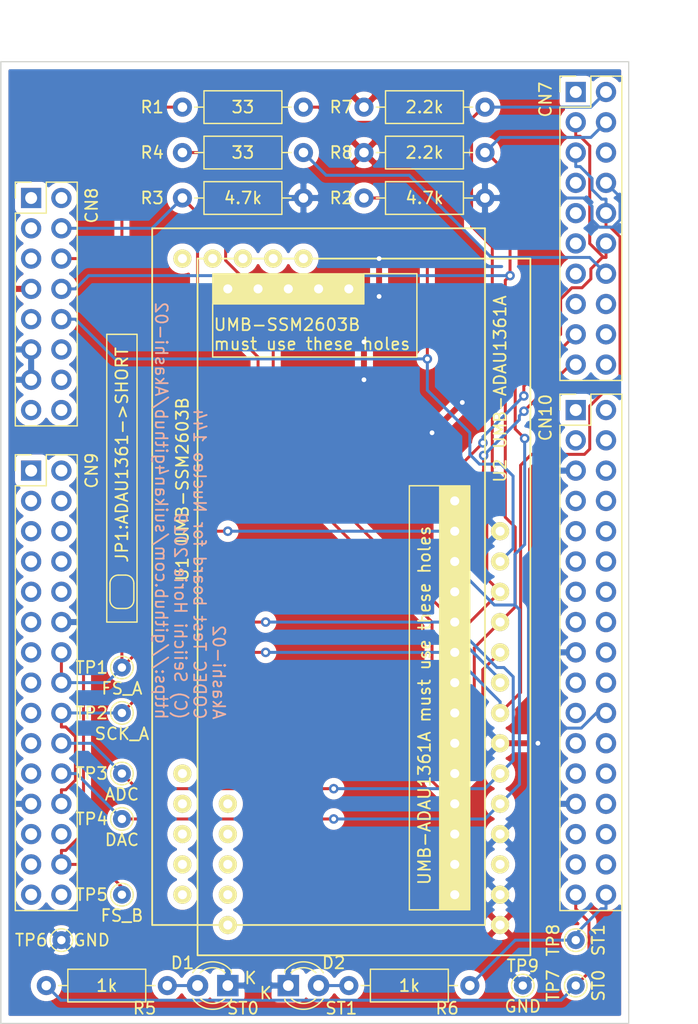
<source format=kicad_pcb>
(kicad_pcb (version 20171130) (host pcbnew 5.1.0-060a0da~80~ubuntu16.04.1)
  (layers (0 F.Cu signal) (31 B.Cu signal) (34 B.Paste user) (35 F.Paste user) (36 B.SilkS user) (37 F.SilkS user) (38 B.Mask user) (39 F.Mask user) (44 Edge.Cuts user))
  (net 0 "")
  (net 1 /I2S1_WS)
  (net 2 /I2S1_SD)
  (net 3 /I2S1_CK)
  (net 4 GND)
  (net 5 /I2C1_SDA)
  (net 6 /I2C1_SCL)
  (net 7 /SPI3_MOSI)
  (net 8 +3V3)
  (net 9 /SPI3_SCK)
  (net 10 /DAC_SD)
  (net 11 /ST1)
  (net 12 /ST0)
  (net 13 "Net-(D1-Pad2)")
  (net 14 "Net-(D2-Pad2)")
  (net 15 /SPI_SS)
  (net 16 /I2S2_WS)
  (net 17 /I2S1_SDI)
  (module Jumper:SolderJumper-2_P1.3mm_Open_RoundedPad1.0x1.5mm (layer F.Cu) (at 114.3 99.06 90)
    (fp_text reference JP1 (at 3.81 0 90) (layer F.SilkS))
    (fp_text value SolderJumper_2_Open)
    (pad 1 smd custom (at -0.65 0 90) (size 1 0.5) (layers F.Cu F.Mask) (net 1 /I2S1_WS) (options (clearance outline) (anchor rect)) (primitives (gr_circle (center 0 0.25) (end 0.5 0.25) (width 0)) (gr_circle (center 0 -0.25) (end 0.5 -0.25) (width 0)) (gr_poly (pts (xy 0 -0.75) (xy 0.5 -0.75) (xy 0.5 0.75) (xy 0 0.75)) (width 0))))
    (pad 2 smd custom (at 0.65 0 90) (size 1 0.5) (layers F.Cu F.Mask) (net 16 /I2S2_WS) (options (clearance outline) (anchor rect)) (primitives (gr_circle (center 0 0.25) (end 0.5 0.25) (width 0)) (gr_circle (center 0 -0.25) (end 0.5 -0.25) (width 0)) (gr_poly (pts (xy 0 -0.75) (xy -0.5 -0.75) (xy -0.5 0.75) (xy 0 0.75)) (width 0))))
  )
  (module Connector_PinHeader_2.54mm:PinHeader_2x10_P2.54mm_Vertical (layer F.Cu) (at 152.4 57.15)
    (fp_text reference CN7 (at -2.54 0.635 270) (layer F.SilkS))
    (fp_text value Conn_02x10_Odd_Even)
    (pad 20 thru_hole oval (at 2.54 22.86) (size 1.7 1.7) (drill 1) (layers *.Cu *.Mask))
    (pad 19 thru_hole oval (at 0 22.86) (size 1.7 1.7) (drill 1) (layers *.Cu *.Mask) (net 16 /I2S2_WS))
    (pad 18 thru_hole oval (at 2.54 20.32) (size 1.7 1.7) (drill 1) (layers *.Cu *.Mask))
    (pad 17 thru_hole oval (at 0 20.32) (size 1.7 1.7) (drill 1) (layers *.Cu *.Mask) (net 1 /I2S1_WS))
    (pad 16 thru_hole oval (at 2.54 17.78) (size 1.7 1.7) (drill 1) (layers *.Cu *.Mask))
    (pad 15 thru_hole oval (at 0 17.78) (size 1.7 1.7) (drill 1) (layers *.Cu *.Mask))
    (pad 14 thru_hole oval (at 2.54 15.24) (size 1.7 1.7) (drill 1) (layers *.Cu *.Mask) (net 2 /I2S1_SD))
    (pad 13 thru_hole oval (at 0 15.24) (size 1.7 1.7) (drill 1) (layers *.Cu *.Mask))
    (pad 12 thru_hole oval (at 2.54 12.7) (size 1.7 1.7) (drill 1) (layers *.Cu *.Mask) (net 17 /I2S1_SDI))
    (pad 11 thru_hole oval (at 0 12.7) (size 1.7 1.7) (drill 1) (layers *.Cu *.Mask))
    (pad 10 thru_hole oval (at 2.54 10.16) (size 1.7 1.7) (drill 1) (layers *.Cu *.Mask) (net 3 /I2S1_CK))
    (pad 9 thru_hole oval (at 0 10.16) (size 1.7 1.7) (drill 1) (layers *.Cu *.Mask))
    (pad 8 thru_hole oval (at 2.54 7.62) (size 1.7 1.7) (drill 1) (layers *.Cu *.Mask) (net 4 GND))
    (pad 7 thru_hole oval (at 0 7.62) (size 1.7 1.7) (drill 1) (layers *.Cu *.Mask))
    (pad 6 thru_hole oval (at 2.54 5.08) (size 1.7 1.7) (drill 1) (layers *.Cu *.Mask))
    (pad 5 thru_hole oval (at 0 5.08) (size 1.7 1.7) (drill 1) (layers *.Cu *.Mask) (net 3 /I2S1_CK))
    (pad 4 thru_hole oval (at 2.54 2.54) (size 1.7 1.7) (drill 1) (layers *.Cu *.Mask) (net 5 /I2C1_SDA))
    (pad 3 thru_hole oval (at 0 2.54) (size 1.7 1.7) (drill 1) (layers *.Cu *.Mask) (net 17 /I2S1_SDI))
    (pad 2 thru_hole oval (at 2.54 0) (size 1.7 1.7) (drill 1) (layers *.Cu *.Mask) (net 6 /I2C1_SCL))
    (pad 1 thru_hole rect (at 0 0) (size 1.7 1.7) (drill 1) (layers *.Cu *.Mask))
  )
  (module TestPoint:TestPoint_THTPad_D1.5mm_Drill0.7mm (layer F.Cu) (at 114.3 114.3)
    (fp_text reference TP3 (at -2.54 0) (layer F.SilkS))
    (fp_text value ADC (at 0 1.75) (layer F.SilkS))
    (pad 1 thru_hole circle (at 0 0) (size 1.5 1.5) (drill 0.7) (layers *.Cu *.Mask) (net 10 /DAC_SD))
  )
  (module Connector_PinHeader_2.54mm:PinHeader_2x17_P2.54mm_Vertical (layer F.Cu) (at 152.4 83.82)
    (fp_text reference CN10 (at -2.54 0.635 90) (layer F.SilkS))
    (fp_text value Conn_02x17_Odd_Even)
    (pad 34 thru_hole oval (at 2.54 40.64) (size 1.7 1.7) (drill 1) (layers *.Cu *.Mask) (net 11 /ST1))
    (pad 33 thru_hole oval (at 0 40.64) (size 1.7 1.7) (drill 1) (layers *.Cu *.Mask) (net 12 /ST0))
    (pad 32 thru_hole oval (at 2.54 38.1) (size 1.7 1.7) (drill 1) (layers *.Cu *.Mask))
    (pad 31 thru_hole oval (at 0 38.1) (size 1.7 1.7) (drill 1) (layers *.Cu *.Mask))
    (pad 30 thru_hole oval (at 2.54 35.56) (size 1.7 1.7) (drill 1) (layers *.Cu *.Mask))
    (pad 29 thru_hole oval (at 0 35.56) (size 1.7 1.7) (drill 1) (layers *.Cu *.Mask))
    (pad 28 thru_hole oval (at 2.54 33.02) (size 1.7 1.7) (drill 1) (layers *.Cu *.Mask))
    (pad 27 thru_hole oval (at 0 33.02) (size 1.7 1.7) (drill 1) (layers *.Cu *.Mask) (net 4 GND))
    (pad 26 thru_hole oval (at 2.54 30.48) (size 1.7 1.7) (drill 1) (layers *.Cu *.Mask))
    (pad 25 thru_hole oval (at 0 30.48) (size 1.7 1.7) (drill 1) (layers *.Cu *.Mask))
    (pad 24 thru_hole oval (at 2.54 27.94) (size 1.7 1.7) (drill 1) (layers *.Cu *.Mask))
    (pad 23 thru_hole oval (at 0 27.94) (size 1.7 1.7) (drill 1) (layers *.Cu *.Mask))
    (pad 22 thru_hole oval (at 2.54 25.4) (size 1.7 1.7) (drill 1) (layers *.Cu *.Mask) (net 4 GND))
    (pad 21 thru_hole oval (at 0 25.4) (size 1.7 1.7) (drill 1) (layers *.Cu *.Mask))
    (pad 20 thru_hole oval (at 2.54 22.86) (size 1.7 1.7) (drill 1) (layers *.Cu *.Mask))
    (pad 19 thru_hole oval (at 0 22.86) (size 1.7 1.7) (drill 1) (layers *.Cu *.Mask))
    (pad 18 thru_hole oval (at 2.54 20.32) (size 1.7 1.7) (drill 1) (layers *.Cu *.Mask))
    (pad 17 thru_hole oval (at 0 20.32) (size 1.7 1.7) (drill 1) (layers *.Cu *.Mask) (net 4 GND))
    (pad 16 thru_hole oval (at 2.54 17.78) (size 1.7 1.7) (drill 1) (layers *.Cu *.Mask))
    (pad 15 thru_hole oval (at 0 17.78) (size 1.7 1.7) (drill 1) (layers *.Cu *.Mask))
    (pad 14 thru_hole oval (at 2.54 15.24) (size 1.7 1.7) (drill 1) (layers *.Cu *.Mask))
    (pad 13 thru_hole oval (at 0 15.24) (size 1.7 1.7) (drill 1) (layers *.Cu *.Mask))
    (pad 12 thru_hole oval (at 2.54 12.7) (size 1.7 1.7) (drill 1) (layers *.Cu *.Mask))
    (pad 11 thru_hole oval (at 0 12.7) (size 1.7 1.7) (drill 1) (layers *.Cu *.Mask))
    (pad 10 thru_hole oval (at 2.54 10.16) (size 1.7 1.7) (drill 1) (layers *.Cu *.Mask))
    (pad 9 thru_hole oval (at 0 10.16) (size 1.7 1.7) (drill 1) (layers *.Cu *.Mask))
    (pad 8 thru_hole oval (at 2.54 7.62) (size 1.7 1.7) (drill 1) (layers *.Cu *.Mask))
    (pad 7 thru_hole oval (at 0 7.62) (size 1.7 1.7) (drill 1) (layers *.Cu *.Mask))
    (pad 6 thru_hole oval (at 2.54 5.08) (size 1.7 1.7) (drill 1) (layers *.Cu *.Mask))
    (pad 5 thru_hole oval (at 0 5.08) (size 1.7 1.7) (drill 1) (layers *.Cu *.Mask) (net 4 GND))
    (pad 4 thru_hole oval (at 2.54 2.54) (size 1.7 1.7) (drill 1) (layers *.Cu *.Mask))
    (pad 3 thru_hole oval (at 0 2.54) (size 1.7 1.7) (drill 1) (layers *.Cu *.Mask))
    (pad 2 thru_hole oval (at 2.54 0) (size 1.7 1.7) (drill 1) (layers *.Cu *.Mask))
    (pad 1 thru_hole rect (at 0 0) (size 1.7 1.7) (drill 1) (layers *.Cu *.Mask))
  )
  (module Connector_PinHeader_2.54mm:PinHeader_2x15_P2.54mm_Vertical (layer F.Cu) (at 106.68 88.9)
    (fp_text reference CN9 (at 5.08 0 90) (layer F.SilkS))
    (fp_text value Conn_02x15_Odd_Even)
    (pad 30 thru_hole oval (at 2.54 35.56) (size 1.7 1.7) (drill 1) (layers *.Cu *.Mask))
    (pad 29 thru_hole oval (at 0 35.56) (size 1.7 1.7) (drill 1) (layers *.Cu *.Mask))
    (pad 28 thru_hole oval (at 2.54 33.02) (size 1.7 1.7) (drill 1) (layers *.Cu *.Mask) (net 16 /I2S2_WS))
    (pad 27 thru_hole oval (at 0 33.02) (size 1.7 1.7) (drill 1) (layers *.Cu *.Mask))
    (pad 26 thru_hole oval (at 2.54 30.48) (size 1.7 1.7) (drill 1) (layers *.Cu *.Mask))
    (pad 25 thru_hole oval (at 0 30.48) (size 1.7 1.7) (drill 1) (layers *.Cu *.Mask))
    (pad 24 thru_hole oval (at 2.54 27.94) (size 1.7 1.7) (drill 1) (layers *.Cu *.Mask) (net 3 /I2S1_CK))
    (pad 23 thru_hole oval (at 0 27.94) (size 1.7 1.7) (drill 1) (layers *.Cu *.Mask) (net 4 GND))
    (pad 22 thru_hole oval (at 2.54 25.4) (size 1.7 1.7) (drill 1) (layers *.Cu *.Mask) (net 17 /I2S1_SDI))
    (pad 21 thru_hole oval (at 0 25.4) (size 1.7 1.7) (drill 1) (layers *.Cu *.Mask))
    (pad 20 thru_hole oval (at 2.54 22.86) (size 1.7 1.7) (drill 1) (layers *.Cu *.Mask) (net 10 /DAC_SD))
    (pad 19 thru_hole oval (at 0 22.86) (size 1.7 1.7) (drill 1) (layers *.Cu *.Mask))
    (pad 18 thru_hole oval (at 2.54 20.32) (size 1.7 1.7) (drill 1) (layers *.Cu *.Mask) (net 3 /I2S1_CK))
    (pad 17 thru_hole oval (at 0 20.32) (size 1.7 1.7) (drill 1) (layers *.Cu *.Mask))
    (pad 16 thru_hole oval (at 2.54 17.78) (size 1.7 1.7) (drill 1) (layers *.Cu *.Mask) (net 1 /I2S1_WS))
    (pad 15 thru_hole oval (at 0 17.78) (size 1.7 1.7) (drill 1) (layers *.Cu *.Mask))
    (pad 14 thru_hole oval (at 2.54 15.24) (size 1.7 1.7) (drill 1) (layers *.Cu *.Mask) (net 1 /I2S1_WS))
    (pad 13 thru_hole oval (at 0 15.24) (size 1.7 1.7) (drill 1) (layers *.Cu *.Mask))
    (pad 12 thru_hole oval (at 2.54 12.7) (size 1.7 1.7) (drill 1) (layers *.Cu *.Mask) (net 4 GND))
    (pad 11 thru_hole oval (at 0 12.7) (size 1.7 1.7) (drill 1) (layers *.Cu *.Mask))
    (pad 10 thru_hole oval (at 2.54 10.16) (size 1.7 1.7) (drill 1) (layers *.Cu *.Mask))
    (pad 9 thru_hole oval (at 0 10.16) (size 1.7 1.7) (drill 1) (layers *.Cu *.Mask))
    (pad 8 thru_hole oval (at 2.54 7.62) (size 1.7 1.7) (drill 1) (layers *.Cu *.Mask))
    (pad 7 thru_hole oval (at 0 7.62) (size 1.7 1.7) (drill 1) (layers *.Cu *.Mask))
    (pad 6 thru_hole oval (at 2.54 5.08) (size 1.7 1.7) (drill 1) (layers *.Cu *.Mask))
    (pad 5 thru_hole oval (at 0 5.08) (size 1.7 1.7) (drill 1) (layers *.Cu *.Mask))
    (pad 4 thru_hole oval (at 2.54 2.54) (size 1.7 1.7) (drill 1) (layers *.Cu *.Mask))
    (pad 3 thru_hole oval (at 0 2.54) (size 1.7 1.7) (drill 1) (layers *.Cu *.Mask))
    (pad 2 thru_hole oval (at 2.54 0) (size 1.7 1.7) (drill 1) (layers *.Cu *.Mask))
    (pad 1 thru_hole rect (at 0 0) (size 1.7 1.7) (drill 1) (layers *.Cu *.Mask))
  )
  (module Connector_PinHeader_2.54mm:PinHeader_2x08_P2.54mm_Vertical (layer F.Cu) (at 106.68 66.04)
    (fp_text reference CN8 (at 5.08 0.635 90) (layer F.SilkS))
    (fp_text value Conn_02x08_Odd_Even)
    (pad 16 thru_hole oval (at 2.54 17.78) (size 1.7 1.7) (drill 1) (layers *.Cu *.Mask))
    (pad 15 thru_hole oval (at 0 17.78) (size 1.7 1.7) (drill 1) (layers *.Cu *.Mask))
    (pad 14 thru_hole oval (at 2.54 15.24) (size 1.7 1.7) (drill 1) (layers *.Cu *.Mask))
    (pad 13 thru_hole oval (at 0 15.24) (size 1.7 1.7) (drill 1) (layers *.Cu *.Mask) (net 4 GND))
    (pad 12 thru_hole oval (at 2.54 12.7) (size 1.7 1.7) (drill 1) (layers *.Cu *.Mask))
    (pad 11 thru_hole oval (at 0 12.7) (size 1.7 1.7) (drill 1) (layers *.Cu *.Mask) (net 4 GND))
    (pad 10 thru_hole oval (at 2.54 10.16) (size 1.7 1.7) (drill 1) (layers *.Cu *.Mask) (net 7 /SPI3_MOSI))
    (pad 9 thru_hole oval (at 0 10.16) (size 1.7 1.7) (drill 1) (layers *.Cu *.Mask))
    (pad 8 thru_hole oval (at 2.54 7.62) (size 1.7 1.7) (drill 1) (layers *.Cu *.Mask) (net 5 /I2C1_SDA))
    (pad 7 thru_hole oval (at 0 7.62) (size 1.7 1.7) (drill 1) (layers *.Cu *.Mask) (net 8 +3V3))
    (pad 6 thru_hole oval (at 2.54 5.08) (size 1.7 1.7) (drill 1) (layers *.Cu *.Mask) (net 9 /SPI3_SCK))
    (pad 5 thru_hole oval (at 0 5.08) (size 1.7 1.7) (drill 1) (layers *.Cu *.Mask))
    (pad 4 thru_hole oval (at 2.54 2.54) (size 1.7 1.7) (drill 1) (layers *.Cu *.Mask) (net 15 /SPI_SS))
    (pad 3 thru_hole oval (at 0 2.54) (size 1.7 1.7) (drill 1) (layers *.Cu *.Mask))
    (pad 2 thru_hole oval (at 2.54 0) (size 1.7 1.7) (drill 1) (layers *.Cu *.Mask))
    (pad 1 thru_hole rect (at 0 0) (size 1.7 1.7) (drill 1) (layers *.Cu *.Mask))
  )
  (module Resistor_THT:R_Axial_DIN0207_L6.3mm_D2.5mm_P10.16mm_Horizontal (layer F.Cu) (at 129.54 58.42 180)
    (fp_text reference R1 (at 12.7 0 180) (layer F.SilkS))
    (fp_text value 33 (at 5.08 0 180) (layer F.SilkS))
    (pad 2 thru_hole oval (at 10.16 0 180) (size 1.6 1.6) (drill 0.8) (layers *.Cu *.Mask) (net 9 /SPI3_SCK))
    (pad 1 thru_hole circle (at 0 0 180) (size 1.6 1.6) (drill 0.8) (layers *.Cu *.Mask) (net 6 /I2C1_SCL))
  )
  (module Resistor_THT:R_Axial_DIN0207_L6.3mm_D2.5mm_P10.16mm_Horizontal (layer F.Cu) (at 119.38 66.04)
    (fp_text reference R3 (at -2.54 0) (layer F.SilkS))
    (fp_text value 4.7k (at 5.08 0) (layer F.SilkS))
    (pad 2 thru_hole oval (at 10.16 0) (size 1.6 1.6) (drill 0.8) (layers *.Cu *.Mask) (net 4 GND))
    (pad 1 thru_hole circle (at 0 0) (size 1.6 1.6) (drill 0.8) (layers *.Cu *.Mask) (net 15 /SPI_SS))
  )
  (module Resistor_THT:R_Axial_DIN0207_L6.3mm_D2.5mm_P10.16mm_Horizontal (layer F.Cu) (at 119.38 62.23)
    (fp_text reference R4 (at -2.54 0) (layer F.SilkS))
    (fp_text value 33 (at 5.08 0) (layer F.SilkS))
    (pad 1 thru_hole circle (at 0 0) (size 1.6 1.6) (drill 0.8) (layers *.Cu *.Mask) (net 10 /DAC_SD))
    (pad 2 thru_hole oval (at 10.16 0) (size 1.6 1.6) (drill 0.8) (layers *.Cu *.Mask) (net 2 /I2S1_SD))
  )
  (module Resistor_THT:R_Axial_DIN0207_L6.3mm_D2.5mm_P10.16mm_Horizontal (layer F.Cu) (at 107.95 132.08)
    (fp_text reference R5 (at 8.255 1.905) (layer F.SilkS))
    (fp_text value 1k (at 5.08 0) (layer F.SilkS))
    (pad 1 thru_hole circle (at 0 0) (size 1.6 1.6) (drill 0.8) (layers *.Cu *.Mask) (net 12 /ST0))
    (pad 2 thru_hole oval (at 10.16 0) (size 1.6 1.6) (drill 0.8) (layers *.Cu *.Mask) (net 13 "Net-(D1-Pad2)"))
  )
  (module Resistor_THT:R_Axial_DIN0207_L6.3mm_D2.5mm_P10.16mm_Horizontal (layer F.Cu) (at 143.51 132.08 180)
    (fp_text reference R6 (at 1.905 -1.905 180) (layer F.SilkS))
    (fp_text value 1k (at 5.08 0 180) (layer F.SilkS))
    (pad 1 thru_hole circle (at 0 0 180) (size 1.6 1.6) (drill 0.8) (layers *.Cu *.Mask) (net 11 /ST1))
    (pad 2 thru_hole oval (at 10.16 0 180) (size 1.6 1.6) (drill 0.8) (layers *.Cu *.Mask) (net 14 "Net-(D2-Pad2)"))
  )
  (module Resistor_THT:R_Axial_DIN0207_L6.3mm_D2.5mm_P10.16mm_Horizontal (layer F.Cu) (at 134.62 58.42)
    (fp_text reference R7 (at -1.905 0) (layer F.SilkS))
    (fp_text value 2.2k (at 5.08 0) (layer F.SilkS))
    (pad 2 thru_hole oval (at 10.16 0) (size 1.6 1.6) (drill 0.8) (layers *.Cu *.Mask) (net 6 /I2C1_SCL))
    (pad 1 thru_hole circle (at 0 0) (size 1.6 1.6) (drill 0.8) (layers *.Cu *.Mask) (net 8 +3V3))
  )
  (module TestPoint:TestPoint_THTPad_D1.5mm_Drill0.7mm (layer F.Cu) (at 114.3 105.41)
    (fp_text reference TP1 (at -2.54 0) (layer F.SilkS))
    (fp_text value FS_A (at 0 1.75) (layer F.SilkS))
    (pad 1 thru_hole circle (at 0 0) (size 1.5 1.5) (drill 0.7) (layers *.Cu *.Mask) (net 1 /I2S1_WS))
  )
  (module TestPoint:TestPoint_THTPad_D1.5mm_Drill0.7mm (layer F.Cu) (at 114.3 109.22)
    (fp_text reference TP2 (at -2.54 0) (layer F.SilkS))
    (fp_text value SCK_A (at 0 1.75) (layer F.SilkS))
    (pad 1 thru_hole circle (at 0 0) (size 1.5 1.5) (drill 0.7) (layers *.Cu *.Mask) (net 3 /I2S1_CK))
  )
  (module TestPoint:TestPoint_THTPad_D1.5mm_Drill0.7mm (layer F.Cu) (at 114.3 118.11)
    (fp_text reference TP4 (at -2.54 0) (layer F.SilkS))
    (fp_text value DAC (at 0 1.75) (layer F.SilkS))
    (pad 1 thru_hole circle (at 0 0) (size 1.5 1.5) (drill 0.7) (layers *.Cu *.Mask) (net 17 /I2S1_SDI))
  )
  (module TestPoint:TestPoint_THTPad_D1.5mm_Drill0.7mm (layer F.Cu) (at 114.3 124.46)
    (fp_text reference TP5 (at -2.54 0) (layer F.SilkS))
    (fp_text value FS_B (at 0 1.75) (layer F.SilkS))
    (pad 1 thru_hole circle (at 0 0) (size 1.5 1.5) (drill 0.7) (layers *.Cu *.Mask) (net 16 /I2S2_WS))
  )
  (module TestPoint:TestPoint_THTPad_D1.5mm_Drill0.7mm (layer F.Cu) (at 109.22 128.27 180)
    (fp_text reference TP6 (at 2.54 0 180) (layer F.SilkS))
    (fp_text value GND (at -2.54 0 180) (layer F.SilkS))
    (pad 1 thru_hole circle (at 0 0 180) (size 1.5 1.5) (drill 0.7) (layers *.Cu *.Mask) (net 4 GND))
  )
  (module Codec_Modules:UMB-ADAU1361A (layer F.Cu) (at 146.05 127 180)
    (fp_text reference U2 (at 0 38.1 90) (layer F.SilkS))
    (fp_text value UMB-ADAU1361A (at 0 46.355 270) (layer F.SilkS))
    (pad 24 thru_hole circle (at 12.7 53.34 180) (size 1.524 1.524) (drill 0.762) (layers *.Cu *.Mask F.SilkS))
    (pad 23 thru_hole circle (at 15.24 53.34 180) (size 1.524 1.524) (drill 0.762) (layers *.Cu *.Mask F.SilkS))
    (pad 22 thru_hole circle (at 17.78 53.34 180) (size 1.524 1.524) (drill 0.762) (layers *.Cu *.Mask F.SilkS))
    (pad 21 thru_hole circle (at 20.32 53.34 180) (size 1.524 1.524) (drill 0.762) (layers *.Cu *.Mask F.SilkS))
    (pad 20 thru_hole circle (at 22.86 53.34 180) (size 1.524 1.524) (drill 0.762) (layers *.Cu *.Mask F.SilkS))
    (pad 19 thru_hole circle (at 22.86 10.16 180) (size 1.524 1.524) (drill 0.762) (layers *.Cu *.Mask F.SilkS))
    (pad 18 thru_hole circle (at 22.86 7.62 180) (size 1.524 1.524) (drill 0.762) (layers *.Cu *.Mask F.SilkS))
    (pad 17 thru_hole circle (at 22.86 5.08 180) (size 1.524 1.524) (drill 0.762) (layers *.Cu *.Mask F.SilkS))
    (pad 16 thru_hole circle (at 22.86 2.54 180) (size 1.524 1.524) (drill 0.762) (layers *.Cu *.Mask F.SilkS))
    (pad 15 thru_hole circle (at 22.86 0 180) (size 1.524 1.524) (drill 0.762) (layers *.Cu *.Mask F.SilkS))
    (pad 14 thru_hole circle (at 0 33.02 180) (size 1.524 1.524) (drill 0.762) (layers *.Cu *.Mask F.SilkS) (net 4 GND))
    (pad 13 thru_hole circle (at 0 30.48 180) (size 1.524 1.524) (drill 0.762) (layers *.Cu *.Mask F.SilkS) (net 7 /SPI3_MOSI))
    (pad 12 thru_hole circle (at 0 27.94 180) (size 1.524 1.524) (drill 0.762) (layers *.Cu *.Mask F.SilkS) (net 6 /I2C1_SCL))
    (pad 11 thru_hole circle (at 0 25.4 180) (size 1.524 1.524) (drill 0.762) (layers *.Cu *.Mask F.SilkS) (net 5 /I2C1_SDA))
    (pad 10 thru_hole circle (at 0 22.86 180) (size 1.524 1.524) (drill 0.762) (layers *.Cu *.Mask F.SilkS) (net 15 /SPI_SS))
    (pad 9 thru_hole circle (at 0 20.32 180) (size 1.524 1.524) (drill 0.762) (layers *.Cu *.Mask F.SilkS) (net 1 /I2S1_WS))
    (pad 8 thru_hole circle (at 0 17.78 180) (size 1.524 1.524) (drill 0.762) (layers *.Cu *.Mask F.SilkS) (net 3 /I2S1_CK))
    (pad 7 thru_hole circle (at 0 15.24 180) (size 1.524 1.524) (drill 0.762) (layers *.Cu *.Mask F.SilkS) (net 4 GND))
    (pad 6 thru_hole circle (at 0 12.7 180) (size 1.524 1.524) (drill 0.762) (layers *.Cu *.Mask F.SilkS) (net 10 /DAC_SD))
    (pad 5 thru_hole circle (at 0 10.16 180) (size 1.524 1.524) (drill 0.762) (layers *.Cu *.Mask F.SilkS) (net 17 /I2S1_SDI))
    (pad 4 thru_hole circle (at 0 7.62 180) (size 1.524 1.524) (drill 0.762) (layers *.Cu *.Mask F.SilkS) (net 4 GND))
    (pad 3 thru_hole circle (at 0 5.08 180) (size 1.524 1.524) (drill 0.762) (layers *.Cu *.Mask F.SilkS))
    (pad 2 thru_hole circle (at 0 2.54 180) (size 1.524 1.524) (drill 0.762) (layers *.Cu *.Mask F.SilkS) (net 4 GND))
    (pad 1 thru_hole circle (at 0 0 180) (size 1.524 1.524) (drill 0.762) (layers *.Cu *.Mask F.SilkS) (net 8 +3V3))
  )
  (module TestPoint:TestPoint_THTPad_D1.5mm_Drill0.7mm (layer F.Cu) (at 152.4 132.08)
    (fp_text reference TP7 (at -1.905 0 90) (layer F.SilkS))
    (fp_text value ST0 (at 1.905 0 90) (layer F.SilkS))
    (pad 1 thru_hole circle (at 0 0) (size 1.5 1.5) (drill 0.7) (layers *.Cu *.Mask) (net 12 /ST0))
  )
  (module TestPoint:TestPoint_THTPad_D1.5mm_Drill0.7mm (layer F.Cu) (at 152.4 128.27)
    (fp_text reference TP8 (at -1.905 0 90) (layer F.SilkS))
    (fp_text value ST1 (at 1.905 0 90) (layer F.SilkS))
    (pad 1 thru_hole circle (at 0 0) (size 1.5 1.5) (drill 0.7) (layers *.Cu *.Mask) (net 11 /ST1))
  )
  (module LED_THT:LED_D3.0mm_Clear (layer F.Cu) (at 123.19 132.08 180)
    (fp_text reference D1 (at 3.81 1.905 180) (layer F.SilkS))
    (fp_text value LED)
    (pad 2 thru_hole circle (at 2.54 0 180) (size 1.8 1.8) (drill 0.9) (layers *.Cu *.Mask) (net 13 "Net-(D1-Pad2)"))
    (pad 1 thru_hole rect (at 0 0 180) (size 1.8 1.8) (drill 0.9) (layers *.Cu *.Mask) (net 4 GND))
  )
  (module LED_THT:LED_D3.0mm_Clear (layer F.Cu) (at 128.27 132.08)
    (fp_text reference D2 (at 3.81 -1.905) (layer F.SilkS))
    (fp_text value LED)
    (pad 1 thru_hole rect (at 0 0) (size 1.8 1.8) (drill 0.9) (layers *.Cu *.Mask) (net 4 GND))
    (pad 2 thru_hole circle (at 2.54 0) (size 1.8 1.8) (drill 0.9) (layers *.Cu *.Mask) (net 14 "Net-(D2-Pad2)"))
  )
  (module Resistor_THT:R_Axial_DIN0207_L6.3mm_D2.5mm_P10.16mm_Horizontal (layer F.Cu) (at 134.62 62.23)
    (fp_text reference R8 (at -1.905 0) (layer F.SilkS))
    (fp_text value 2.2k (at 5.08 0) (layer F.SilkS))
    (pad 1 thru_hole circle (at 0 0) (size 1.6 1.6) (drill 0.8) (layers *.Cu *.Mask) (net 8 +3V3))
    (pad 2 thru_hole oval (at 10.16 0) (size 1.6 1.6) (drill 0.8) (layers *.Cu *.Mask) (net 5 /I2C1_SDA))
  )
  (module Resistor_THT:R_Axial_DIN0207_L6.3mm_D2.5mm_P10.16mm_Horizontal (layer F.Cu) (at 134.62 66.04)
    (fp_text reference R2 (at -1.905 0) (layer F.SilkS))
    (fp_text value 4.7k (at 5.08 0) (layer F.SilkS))
    (pad 1 thru_hole circle (at 0 0) (size 1.6 1.6) (drill 0.8) (layers *.Cu *.Mask) (net 7 /SPI3_MOSI))
    (pad 2 thru_hole oval (at 10.16 0) (size 1.6 1.6) (drill 0.8) (layers *.Cu *.Mask) (net 4 GND))
  )
  (module Codec_Modules:UMB-ADAU1361A (layer F.Cu) (at 142.24 124.46 180)
    (fp_text reference U1 (at 22.86 27.305 270) (layer F.SilkS))
    (fp_text value UMB-SSM2603B (at 22.86 35.56 270) (layer F.SilkS))
    (pad 24 thru_hole circle (at 12.7 53.34 180) (size 1.524 1.524) (drill 0.762) (layers *.Cu *.Mask F.SilkS))
    (pad 23 thru_hole circle (at 15.24 53.34 180) (size 1.524 1.524) (drill 0.762) (layers *.Cu *.Mask F.SilkS))
    (pad 22 thru_hole circle (at 17.78 53.34 180) (size 1.524 1.524) (drill 0.762) (layers *.Cu *.Mask F.SilkS))
    (pad 21 thru_hole circle (at 20.32 53.34 180) (size 1.524 1.524) (drill 0.762) (layers *.Cu *.Mask F.SilkS))
    (pad 20 thru_hole circle (at 22.86 53.34 180) (size 1.524 1.524) (drill 0.762) (layers *.Cu *.Mask F.SilkS))
    (pad 19 thru_hole circle (at 22.86 10.16 180) (size 1.524 1.524) (drill 0.762) (layers *.Cu *.Mask F.SilkS))
    (pad 18 thru_hole circle (at 22.86 7.62 180) (size 1.524 1.524) (drill 0.762) (layers *.Cu *.Mask F.SilkS))
    (pad 17 thru_hole circle (at 22.86 5.08 180) (size 1.524 1.524) (drill 0.762) (layers *.Cu *.Mask F.SilkS))
    (pad 16 thru_hole circle (at 22.86 2.54 180) (size 1.524 1.524) (drill 0.762) (layers *.Cu *.Mask F.SilkS))
    (pad 15 thru_hole circle (at 22.86 0 180) (size 1.524 1.524) (drill 0.762) (layers *.Cu *.Mask F.SilkS))
    (pad 14 thru_hole circle (at 0 33.02 180) (size 1.524 1.524) (drill 0.762) (layers *.Cu *.Mask F.SilkS) (net 4 GND))
    (pad 13 thru_hole circle (at 0 30.48 180) (size 1.524 1.524) (drill 0.762) (layers *.Cu *.Mask F.SilkS) (net 16 /I2S2_WS))
    (pad 12 thru_hole circle (at 0 27.94 180) (size 1.524 1.524) (drill 0.762) (layers *.Cu *.Mask F.SilkS) (net 17 /I2S1_SDI))
    (pad 11 thru_hole circle (at 0 25.4 180) (size 1.524 1.524) (drill 0.762) (layers *.Cu *.Mask F.SilkS) (net 1 /I2S1_WS))
    (pad 10 thru_hole circle (at 0 22.86 180) (size 1.524 1.524) (drill 0.762) (layers *.Cu *.Mask F.SilkS) (net 10 /DAC_SD))
    (pad 9 thru_hole circle (at 0 20.32 180) (size 1.524 1.524) (drill 0.762) (layers *.Cu *.Mask F.SilkS) (net 3 /I2S1_CK))
    (pad 8 thru_hole circle (at 0 17.78 180) (size 1.524 1.524) (drill 0.762) (layers *.Cu *.Mask F.SilkS) (net 4 GND))
    (pad 7 thru_hole circle (at 0 15.24 180) (size 1.524 1.524) (drill 0.762) (layers *.Cu *.Mask F.SilkS))
    (pad 6 thru_hole circle (at 0 12.7 180) (size 1.524 1.524) (drill 0.762) (layers *.Cu *.Mask F.SilkS) (net 6 /I2C1_SCL))
    (pad 5 thru_hole circle (at 0 10.16 180) (size 1.524 1.524) (drill 0.762) (layers *.Cu *.Mask F.SilkS) (net 5 /I2C1_SDA))
    (pad 4 thru_hole circle (at 0 7.62 180) (size 1.524 1.524) (drill 0.762) (layers *.Cu *.Mask F.SilkS) (net 15 /SPI_SS))
    (pad 3 thru_hole circle (at 0 5.08 180) (size 1.524 1.524) (drill 0.762) (layers *.Cu *.Mask F.SilkS) (net 8 +3V3))
    (pad 2 thru_hole circle (at 0 2.54 180) (size 1.524 1.524) (drill 0.762) (layers *.Cu *.Mask F.SilkS) (net 8 +3V3))
    (pad 1 thru_hole circle (at 0 0 180) (size 1.524 1.524) (drill 0.762) (layers *.Cu *.Mask F.SilkS) (net 8 +3V3))
  )
  (module TestPoint:TestPoint_THTPad_D1.5mm_Drill0.7mm (layer F.Cu) (at 147.955 132.08)
    (fp_text reference TP9 (at 0 -1.648) (layer F.SilkS))
    (fp_text value GND (at 0 1.75) (layer F.SilkS))
    (pad 1 thru_hole circle (at 0 0) (size 1.5 1.5) (drill 0.7) (layers *.Cu *.Mask) (net 4 GND))
  )
  (gr_line (start 104.14 135.255) (end 104.14 54.61) (layer Edge.Cuts) (width 0.1))
  (gr_line (start 156.845 135.255) (end 104.14 135.255) (layer Edge.Cuts) (width 0.1))
  (gr_line (start 156.845 54.61) (end 156.845 135.255) (layer Edge.Cuts) (width 0.1))
  (gr_line (start 104.14 54.61) (end 156.845 54.61) (layer Edge.Cuts) (width 0.1))
  (gr_text K (at 126.365 132.715) (layer F.SilkS) (effects (font (size 1 1))))
  (gr_text K (at 125.095 131.445) (layer F.SilkS) (effects (font (size 1 1))))
  (gr_text ST0 (at 124.46 133.985) (layer F.SilkS) (effects (font (size 1 1))))
  (gr_text ST1 (at 132.715 133.985) (layer F.SilkS) (effects (font (size 1 1))))
  (gr_line (start 115.57 77.47) (end 115.57 101.6) (layer F.SilkS) (width 0.12))
  (gr_line (start 113.03 77.47) (end 115.57 77.47) (layer F.SilkS) (width 0.12))
  (gr_line (start 113.03 78.74) (end 113.03 77.47) (layer F.SilkS) (width 0.12))
  (gr_line (start 113.03 101.6) (end 113.03 78.74) (layer F.SilkS) (width 0.12))
  (gr_line (start 115.57 101.6) (end 113.03 101.6) (layer F.SilkS) (width 0.12))
  (gr_line (start 138.43 125.73) (end 140.97 125.73) (layer F.SilkS) (width 0.12))
  (gr_line (start 138.43 90.17) (end 138.43 125.73) (layer F.SilkS) (width 0.12))
  (gr_line (start 140.97 90.17) (end 138.43 90.17) (layer F.SilkS) (width 0.12))
  (gr_line (start 139.065 72.39) (end 134.62 72.39) (layer F.SilkS) (width 0.12))
  (gr_line (start 139.065 79.375) (end 139.065 72.39) (layer F.SilkS) (width 0.12))
  (gr_line (start 121.92 79.375) (end 139.065 79.375) (layer F.SilkS) (width 0.12))
  (gr_line (start 121.92 74.93) (end 121.92 79.375) (layer F.SilkS) (width 0.12))
  (gr_poly (pts (xy 121.92 74.93) (xy 121.92 72.39) (xy 134.62 72.39) (xy 134.62 74.93)) (layer F.SilkS) (width 0.1))
  (gr_text "UMB-SSM2603B \nmust use these holes" (at 121.92 77.47) (layer F.SilkS) (effects (font (size 1 1)) (justify left)))
  (gr_text "UMB-ADAU1361A must use these holes" (at 139.7 108.585 90) (layer F.SilkS) (effects (font (size 1 1))))
  (gr_poly (pts (xy 143.51 90.17) (xy 140.97 90.17) (xy 140.97 125.73) (xy 143.51 125.73)) (layer F.SilkS) (width 0.1))
  (gr_text :ADAU1361->SHORT (at 114.3 93.98 90) (layer F.SilkS) (effects (font (size 1 1)) (justify left)))
  (gr_text "Akashi-02\nCODEC Test board for Nucleo 144 \n(C) Seiichi Horie 2019\nhttps://github.com/suikan4github/Akashi-02" (at 120.015 109.855 -90) (layer B.SilkS) (effects (font (size 1 1)) (justify left mirror)))
  (segment (start 144.6082 86.5721) (end 144.6082 86.0698) (width 0.25) (layer B.Cu) (net 1))
  (segment (start 144.6082 86.0698) (end 148.0415 82.6365) (width 0.25) (layer B.Cu) (net 1))
  (segment (start 142.24 99.06) (end 141.0925 97.9125) (width 0.25) (layer F.Cu) (net 1))
  (segment (start 141.0925 97.9125) (end 141.0925 90.0878) (width 0.25) (layer F.Cu) (net 1))
  (segment (start 141.0925 90.0878) (end 144.6082 86.5721) (width 0.25) (layer F.Cu) (net 1))
  (segment (start 141.15 102.0477) (end 141.8129 102.7106) (width 0.25) (layer B.Cu) (net 1))
  (segment (start 141.8129 102.7106) (end 142.3487 102.7106) (width 0.25) (layer B.Cu) (net 1))
  (segment (start 142.3487 102.7106) (end 146.05 106.4119) (width 0.25) (layer B.Cu) (net 1))
  (segment (start 146.05 106.4119) (end 146.05 106.68) (width 0.25) (layer B.Cu) (net 1))
  (segment (start 142.24 99.06) (end 141.15 100.15) (width 0.25) (layer B.Cu) (net 1))
  (segment (start 114.3 105.41) (end 113.03 106.68) (width 0.25) (layer B.Cu) (net 1))
  (segment (start 113.03 106.68) (end 109.22 106.68) (width 0.25) (layer B.Cu) (net 1))
  (segment (start 114.3 105.41) (end 114.3 99.71) (width 0.25) (layer F.Cu) (net 1))
  (via (at 144.6082 86.5721) (size 0.8) (layers F.Cu B.Cu) (net 1))
  (segment (start 109.22 104.14) (end 109.22 106.68) (width 0.25) (layer F.Cu) (net 1))
  (via (at 148.0415 82.6365) (size 0.8) (drill 0.4) (layers F.Cu B.Cu) (net 1))
  (segment (start 148.0415 81.8285) (end 152.4 77.47) (width 0.25) (layer F.Cu) (net 1))
  (segment (start 148.0415 82.6365) (end 148.0415 81.8285) (width 0.25) (layer F.Cu) (net 1))
  (via (at 126.365 101.6) (size 0.8) (drill 0.4) (layers F.Cu B.Cu) (net 1))
  (segment (start 140.97 101.6) (end 141.15 101.78) (width 0.25) (layer B.Cu) (net 1))
  (segment (start 126.365 101.6) (end 140.97 101.6) (width 0.25) (layer B.Cu) (net 1))
  (segment (start 141.15 101.78) (end 141.15 102.0477) (width 0.25) (layer B.Cu) (net 1))
  (segment (start 141.15 100.15) (end 141.15 101.78) (width 0.25) (layer B.Cu) (net 1))
  (segment (start 118.11 101.6) (end 114.3 105.41) (width 0.25) (layer F.Cu) (net 1))
  (segment (start 126.365 101.6) (end 118.11 101.6) (width 0.25) (layer F.Cu) (net 1))
  (segment (start 153.575001 71.025001) (end 145.320001 71.025001) (width 0.25) (layer B.Cu) (net 2))
  (segment (start 154.94 72.39) (end 153.575001 71.025001) (width 0.25) (layer B.Cu) (net 2))
  (segment (start 145.320001 71.025001) (end 138.43 64.135) (width 0.25) (layer B.Cu) (net 2))
  (segment (start 131.445 64.135) (end 129.54 62.23) (width 0.25) (layer B.Cu) (net 2))
  (segment (start 138.43 64.135) (end 131.445 64.135) (width 0.25) (layer B.Cu) (net 2))
  (segment (start 109.22 116.84) (end 109.22 115.6647) (width 0.25) (layer F.Cu) (net 3))
  (segment (start 109.22 109.22) (end 109.22 110.3953) (width 0.25) (layer F.Cu) (net 3))
  (segment (start 109.22 110.3953) (end 109.5873 110.3953) (width 0.25) (layer F.Cu) (net 3))
  (segment (start 109.5873 110.3953) (end 110.3953 111.2033) (width 0.25) (layer F.Cu) (net 3))
  (segment (start 110.3953 111.2033) (end 110.3953 114.8568) (width 0.25) (layer F.Cu) (net 3))
  (segment (start 110.3953 114.8568) (end 109.5874 115.6647) (width 0.25) (layer F.Cu) (net 3))
  (segment (start 109.5874 115.6647) (end 109.22 115.6647) (width 0.25) (layer F.Cu) (net 3))
  (segment (start 154.94 67.31) (end 154.94 66.1347) (width 0.25) (layer B.Cu) (net 3))
  (segment (start 152.4 62.23) (end 152.4 63.4053) (width 0.25) (layer B.Cu) (net 3))
  (segment (start 152.4 63.4053) (end 152.7674 63.4053) (width 0.25) (layer B.Cu) (net 3))
  (segment (start 152.7674 63.4053) (end 153.7647 64.4026) (width 0.25) (layer B.Cu) (net 3))
  (segment (start 153.7647 64.4026) (end 153.7647 65.3268) (width 0.25) (layer B.Cu) (net 3))
  (segment (start 153.7647 65.3268) (end 154.5726 66.1347) (width 0.25) (layer B.Cu) (net 3))
  (segment (start 154.5726 66.1347) (end 154.94 66.1347) (width 0.25) (layer B.Cu) (net 3))
  (segment (start 146.05 109.22) (end 146.05 108.2802) (width 0.25) (layer B.Cu) (net 3))
  (segment (start 146.05 108.2802) (end 142.24 104.4702) (width 0.25) (layer B.Cu) (net 3))
  (segment (start 142.24 104.14) (end 142.24 104.4702) (width 0.25) (layer B.Cu) (net 3))
  (segment (start 114.3 109.22) (end 110.3953 109.22) (width 0.25) (layer B.Cu) (net 3))
  (segment (start 109.22 109.22) (end 110.3953 109.22) (width 0.25) (layer B.Cu) (net 3))
  (segment (start 156.1153 69.2932) (end 156.1153 80.9444) (width 0.25) (layer F.Cu) (net 3))
  (segment (start 156.1153 80.9444) (end 153.5754 83.4843) (width 0.25) (layer F.Cu) (net 3))
  (segment (start 155.3074 68.4853) (end 156.1153 69.2932) (width 0.25) (layer F.Cu) (net 3))
  (segment (start 147.77001 88.44999) (end 147.77001 107.49999) (width 0.25) (layer F.Cu) (net 3))
  (segment (start 154.94 68.4853) (end 155.3074 68.4853) (width 0.25) (layer F.Cu) (net 3))
  (segment (start 148.684999 87.535001) (end 147.77001 88.44999) (width 0.25) (layer F.Cu) (net 3))
  (segment (start 154.94 67.31) (end 154.94 68.4853) (width 0.25) (layer F.Cu) (net 3))
  (segment (start 146.811999 108.458001) (end 146.05 109.22) (width 0.25) (layer F.Cu) (net 3))
  (segment (start 153.5754 83.4843) (end 153.5754 87.0896) (width 0.25) (layer F.Cu) (net 3))
  (segment (start 147.77001 107.49999) (end 146.811999 108.458001) (width 0.25) (layer F.Cu) (net 3))
  (segment (start 153.5754 87.0896) (end 153.129999 87.535001) (width 0.25) (layer F.Cu) (net 3))
  (segment (start 153.129999 87.535001) (end 148.684999 87.535001) (width 0.25) (layer F.Cu) (net 3))
  (via (at 126.365 104.14) (size 0.8) (drill 0.4) (layers F.Cu B.Cu) (net 3))
  (segment (start 126.365 104.14) (end 142.24 104.14) (width 0.25) (layer B.Cu) (net 3))
  (segment (start 119.38 104.14) (end 114.3 109.22) (width 0.25) (layer F.Cu) (net 3))
  (segment (start 126.365 104.14) (end 119.38 104.14) (width 0.25) (layer F.Cu) (net 3))
  (segment (start 153.764999 67.874001) (end 153.764999 66.745999) (width 0.25) (layer B.Cu) (net 4))
  (segment (start 154.375999 68.485001) (end 153.764999 67.874001) (width 0.25) (layer B.Cu) (net 4))
  (segment (start 154.94 64.77) (end 156.115001 65.945001) (width 0.25) (layer B.Cu) (net 4))
  (segment (start 156.115001 65.945001) (end 156.115001 67.874001) (width 0.25) (layer B.Cu) (net 4))
  (segment (start 153.764999 66.745999) (end 153.059 66.04) (width 0.25) (layer B.Cu) (net 4))
  (segment (start 156.115001 67.874001) (end 155.504001 68.485001) (width 0.25) (layer B.Cu) (net 4))
  (segment (start 155.504001 68.485001) (end 154.375999 68.485001) (width 0.25) (layer B.Cu) (net 4))
  (segment (start 153.059 66.04) (end 151.13 66.04) (width 0.25) (layer B.Cu) (net 4))
  (segment (start 146.05 93.98) (end 145.288001 93.218001) (width 0.25) (layer B.Cu) (net 4))
  (segment (start 154.139002 109.22) (end 152.869002 110.49) (width 0.25) (layer B.Cu) (net 4))
  (segment (start 154.94 109.22) (end 154.139002 109.22) (width 0.25) (layer B.Cu) (net 4))
  (segment (start 152.869002 110.49) (end 149.86 110.49) (width 0.25) (layer B.Cu) (net 4))
  (via (at 140.335 85.725) (size 0.8) (drill 0.4) (layers F.Cu B.Cu) (net 4))
  (segment (start 140.335 85.725) (end 142.875 83.185) (width 0.5) (layer F.Cu) (net 4))
  (via (at 142.875 83.185) (size 0.8) (drill 0.4) (layers F.Cu B.Cu) (net 4))
  (via (at 134.62 81.28) (size 0.8) (drill 0.4) (layers F.Cu B.Cu) (net 4))
  (via (at 135.89 74.295) (size 0.8) (drill 0.4) (layers F.Cu B.Cu) (net 4))
  (via (at 134.62 78.105) (size 0.8) (drill 0.4) (layers F.Cu B.Cu) (net 4))
  (segment (start 134.62 81.28) (end 134.62 78.105) (width 0.5) (layer F.Cu) (net 4))
  (via (at 135.89 71.12) (size 0.8) (drill 0.4) (layers F.Cu B.Cu) (net 4))
  (segment (start 135.89 74.295) (end 135.89 71.12) (width 0.5) (layer F.Cu) (net 4))
  (via (at 149.225 111.76) (size 0.8) (drill 0.4) (layers F.Cu B.Cu) (net 4))
  (segment (start 146.05 111.76) (end 149.225 111.76) (width 0.5) (layer F.Cu) (net 4))
  (segment (start 142.24 114.3) (end 143.8817 112.6583) (width 0.25) (layer F.Cu) (net 5))
  (segment (start 143.8817 112.6583) (end 143.8817 103.7683) (width 0.25) (layer F.Cu) (net 5))
  (segment (start 143.8817 103.7683) (end 146.05 101.6) (width 0.25) (layer F.Cu) (net 5))
  (segment (start 146.8833 72.5489) (end 146.8833 64.1886) (width 0.25) (layer F.Cu) (net 5))
  (segment (start 146.8833 64.1886) (end 144.78 62.0853) (width 0.25) (layer F.Cu) (net 5))
  (segment (start 109.22 73.66) (end 110.3953 73.66) (width 0.25) (layer B.Cu) (net 5))
  (segment (start 146.05 101.6) (end 147.1847 100.4653) (width 0.25) (layer F.Cu) (net 5))
  (segment (start 146.8833 72.5489) (end 111.5064 72.5489) (width 0.25) (layer B.Cu) (net 5))
  (segment (start 111.5064 72.5489) (end 110.3953 73.66) (width 0.25) (layer B.Cu) (net 5))
  (via (at 146.8833 72.5489) (size 0.8) (layers F.Cu B.Cu) (net 5))
  (segment (start 146.483301 92.804539) (end 147.32 93.641238) (width 0.25) (layer F.Cu) (net 5))
  (segment (start 146.483301 72.948899) (end 146.483301 92.804539) (width 0.25) (layer F.Cu) (net 5))
  (segment (start 146.8833 72.5489) (end 146.483301 72.948899) (width 0.25) (layer F.Cu) (net 5))
  (segment (start 147.32 100.33) (end 147.1847 100.4653) (width 0.25) (layer F.Cu) (net 5))
  (segment (start 147.32 93.641238) (end 147.32 100.33) (width 0.25) (layer F.Cu) (net 5))
  (segment (start 154.94 59.69) (end 153.67 60.96) (width 0.25) (layer B.Cu) (net 5))
  (segment (start 146.05 60.96) (end 144.78 62.23) (width 0.25) (layer B.Cu) (net 5))
  (segment (start 153.67 60.96) (end 146.05 60.96) (width 0.25) (layer B.Cu) (net 5))
  (segment (start 146.05 99.06) (end 144.9321 97.9421) (width 0.25) (layer F.Cu) (net 6))
  (segment (start 144.9321 97.9421) (end 144.9321 92.5474) (width 0.25) (layer F.Cu) (net 6))
  (segment (start 144.9321 92.5474) (end 145.3918 92.0877) (width 0.25) (layer F.Cu) (net 6))
  (segment (start 145.3918 92.0877) (end 145.3918 70.1402) (width 0.25) (layer F.Cu) (net 6))
  (segment (start 145.3918 70.1402) (end 143.6547 68.4031) (width 0.25) (layer F.Cu) (net 6))
  (segment (start 143.6547 68.4031) (end 143.6547 59.4006) (width 0.25) (layer F.Cu) (net 6))
  (segment (start 143.6547 59.4006) (end 144.78 58.2753) (width 0.25) (layer F.Cu) (net 6))
  (segment (start 142.24 111.76) (end 143.3274 110.6726) (width 0.25) (layer F.Cu) (net 6))
  (segment (start 143.3274 110.6726) (end 143.3274 101.7826) (width 0.25) (layer F.Cu) (net 6))
  (segment (start 143.3274 101.7826) (end 146.05 99.06) (width 0.25) (layer F.Cu) (net 6))
  (segment (start 147.32 58.42) (end 144.78 58.42) (width 0.25) (layer B.Cu) (net 6))
  (segment (start 154.94 57.15) (end 153.67 58.42) (width 0.25) (layer B.Cu) (net 6))
  (segment (start 153.67 58.42) (end 147.32 58.42) (width 0.25) (layer B.Cu) (net 6))
  (segment (start 129.54 58.42) (end 130.81 58.42) (width 0.25) (layer F.Cu) (net 6))
  (segment (start 143.51 59.5453) (end 143.6547 59.4006) (width 0.25) (layer F.Cu) (net 6))
  (segment (start 132.08 59.69) (end 143.51 59.69) (width 0.25) (layer F.Cu) (net 6))
  (segment (start 130.81 58.42) (end 132.08 59.69) (width 0.25) (layer F.Cu) (net 6))
  (segment (start 143.51 59.69) (end 143.51 59.5453) (width 0.25) (layer F.Cu) (net 6))
  (segment (start 109.22 76.2) (end 110.3953 76.2) (width 0.25) (layer B.Cu) (net 7))
  (segment (start 139.9405 79.5329) (end 113.7282 79.5329) (width 0.25) (layer B.Cu) (net 7))
  (segment (start 113.7282 79.5329) (end 110.3953 76.2) (width 0.25) (layer B.Cu) (net 7))
  (via (at 139.9405 79.5329) (size 0.8) (layers F.Cu B.Cu) (net 7))
  (segment (start 143.51 85.725) (end 139.9405 82.1555) (width 0.25) (layer B.Cu) (net 7))
  (segment (start 143.51 87.546202) (end 143.51 85.725) (width 0.25) (layer B.Cu) (net 7))
  (segment (start 144.318799 88.355001) (end 143.51 87.546202) (width 0.25) (layer B.Cu) (net 7))
  (segment (start 146.05 96.52) (end 147.137001 95.432999) (width 0.25) (layer B.Cu) (net 7))
  (segment (start 146.140001 88.355001) (end 144.318799 88.355001) (width 0.25) (layer B.Cu) (net 7))
  (segment (start 147.137001 95.432999) (end 147.137001 89.352001) (width 0.25) (layer B.Cu) (net 7))
  (segment (start 139.9405 82.1555) (end 139.9405 79.5329) (width 0.25) (layer B.Cu) (net 7))
  (segment (start 147.137001 89.352001) (end 146.140001 88.355001) (width 0.25) (layer B.Cu) (net 7))
  (segment (start 138.43 66.04) (end 134.62 66.04) (width 0.25) (layer F.Cu) (net 7))
  (segment (start 139.9405 67.5505) (end 138.43 66.04) (width 0.25) (layer F.Cu) (net 7))
  (segment (start 139.9405 79.5329) (end 139.9405 67.5505) (width 0.25) (layer F.Cu) (net 7))
  (segment (start 113.665 71.12) (end 109.22 71.12) (width 0.25) (layer F.Cu) (net 9))
  (segment (start 114.3 70.485) (end 113.665 71.12) (width 0.25) (layer F.Cu) (net 9))
  (segment (start 119.38 58.42) (end 114.935 58.42) (width 0.25) (layer F.Cu) (net 9))
  (segment (start 114.3 59.055) (end 114.3 70.485) (width 0.25) (layer F.Cu) (net 9))
  (segment (start 114.935 58.42) (end 114.3 59.055) (width 0.25) (layer F.Cu) (net 9))
  (segment (start 142.24 101.6) (end 142.24 101.8734) (width 0.25) (layer B.Cu) (net 10))
  (segment (start 142.24 101.8734) (end 145.7766 105.41) (width 0.25) (layer B.Cu) (net 10))
  (segment (start 145.7766 105.41) (end 146.372 105.41) (width 0.25) (layer B.Cu) (net 10))
  (segment (start 146.372 105.41) (end 147.1493 106.1873) (width 0.25) (layer B.Cu) (net 10))
  (segment (start 147.1493 106.1873) (end 147.1493 113.2007) (width 0.25) (layer B.Cu) (net 10))
  (segment (start 147.1493 113.2007) (end 146.05 114.3) (width 0.25) (layer B.Cu) (net 10))
  (segment (start 114.3 114.3) (end 111.76 111.76) (width 0.25) (layer B.Cu) (net 10))
  (segment (start 111.76 111.76) (end 109.22 111.76) (width 0.25) (layer B.Cu) (net 10))
  (segment (start 144.78 115.57) (end 146.05 114.3) (width 0.25) (layer B.Cu) (net 10))
  (via (at 132.08 115.57) (size 0.8) (drill 0.4) (layers F.Cu B.Cu) (net 10))
  (segment (start 132.08 115.57) (end 144.78 115.57) (width 0.25) (layer B.Cu) (net 10))
  (segment (start 115.57 115.57) (end 114.3 114.3) (width 0.25) (layer F.Cu) (net 10))
  (segment (start 132.08 115.57) (end 115.57 115.57) (width 0.25) (layer F.Cu) (net 10))
  (segment (start 142.24 101.6) (end 128.27 87.63) (width 0.25) (layer F.Cu) (net 10))
  (segment (start 128.27 87.63) (end 127 86.36) (width 0.25) (layer F.Cu) (net 10))
  (segment (start 127 86.36) (end 126.817001 86.177001) (width 0.25) (layer F.Cu) (net 10))
  (segment (start 122.555 62.23) (end 119.38 62.23) (width 0.25) (layer F.Cu) (net 10))
  (segment (start 123.007001 62.682001) (end 122.555 62.23) (width 0.25) (layer F.Cu) (net 10))
  (segment (start 123.007001 71.275763) (end 123.007001 62.682001) (width 0.25) (layer F.Cu) (net 10))
  (segment (start 127 86.36) (end 127 77.47) (width 0.25) (layer F.Cu) (net 10))
  (segment (start 124.277001 74.747001) (end 124.277001 72.545763) (width 0.25) (layer F.Cu) (net 10))
  (segment (start 127 77.47) (end 124.277001 74.747001) (width 0.25) (layer F.Cu) (net 10))
  (segment (start 124.277001 72.545763) (end 123.007001 71.275763) (width 0.25) (layer F.Cu) (net 10))
  (segment (start 154.94 124.46) (end 154.94 125.6353) (width 0.25) (layer B.Cu) (net 11))
  (segment (start 151.8867 128.27) (end 152.4 128.27) (width 0.25) (layer B.Cu) (net 11))
  (segment (start 143.51 132.08) (end 147.32 128.27) (width 0.25) (layer B.Cu) (net 11))
  (segment (start 147.32 128.27) (end 151.8867 128.27) (width 0.25) (layer B.Cu) (net 11))
  (segment (start 151.8867 128.27) (end 154.5214 125.6353) (width 0.25) (layer B.Cu) (net 11))
  (segment (start 154.5214 125.6353) (end 154.94 125.6353) (width 0.25) (layer B.Cu) (net 11))
  (segment (start 152.4 124.46) (end 152.4 125.6353) (width 0.25) (layer F.Cu) (net 12))
  (segment (start 152.4 132.08) (end 153.5086 130.9714) (width 0.25) (layer F.Cu) (net 12))
  (segment (start 153.5086 130.9714) (end 153.5086 126.7439) (width 0.25) (layer F.Cu) (net 12))
  (segment (start 153.5086 126.7439) (end 152.4 125.6353) (width 0.25) (layer F.Cu) (net 12))
  (segment (start 107.95 132.08) (end 109.178 133.308) (width 0.25) (layer B.Cu) (net 12))
  (segment (start 109.178 133.308) (end 151.172 133.308) (width 0.25) (layer B.Cu) (net 12))
  (segment (start 151.172 133.308) (end 152.4 132.08) (width 0.25) (layer B.Cu) (net 12))
  (segment (start 120.65 132.08) (end 118.11 132.08) (width 0.25) (layer B.Cu) (net 13))
  (segment (start 130.81 132.08) (end 133.35 132.08) (width 0.25) (layer B.Cu) (net 14))
  (segment (start 142.2481 115.8596) (end 144.5974 113.5103) (width 0.25) (layer F.Cu) (net 15))
  (segment (start 144.5974 113.5103) (end 144.5974 105.5926) (width 0.25) (layer F.Cu) (net 15))
  (segment (start 144.5974 105.5926) (end 146.05 104.14) (width 0.25) (layer F.Cu) (net 15))
  (segment (start 142.24 116.84) (end 142.24 115.8677) (width 0.25) (layer F.Cu) (net 15))
  (segment (start 142.24 115.8677) (end 142.2481 115.8596) (width 0.25) (layer F.Cu) (net 15))
  (segment (start 142.24 116.84) (end 140.335 114.935) (width 0.25) (layer F.Cu) (net 15))
  (segment (start 140.335 114.935) (end 140.335 101.6) (width 0.25) (layer F.Cu) (net 15))
  (segment (start 140.335 101.6) (end 125.73 86.995) (width 0.25) (layer F.Cu) (net 15))
  (segment (start 125.73 86.995) (end 125.73 79.375) (width 0.25) (layer F.Cu) (net 15))
  (segment (start 119.38 66.04) (end 116.84 68.58) (width 0.25) (layer B.Cu) (net 15))
  (segment (start 116.84 68.58) (end 109.22 68.58) (width 0.25) (layer B.Cu) (net 15))
  (segment (start 120.9675 74.6125) (end 120.832999 74.477999) (width 0.25) (layer F.Cu) (net 15))
  (segment (start 125.73 79.375) (end 120.9675 74.6125) (width 0.25) (layer F.Cu) (net 15))
  (segment (start 120.9675 74.6125) (end 120.65 74.295) (width 0.25) (layer F.Cu) (net 15))
  (segment (start 120.65 67.31) (end 119.38 66.04) (width 0.25) (layer F.Cu) (net 15))
  (segment (start 120.65 74.295) (end 120.65 67.31) (width 0.25) (layer F.Cu) (net 15))
  (segment (start 142.24 93.98) (end 142.24 93.4871) (width 0.25) (layer F.Cu) (net 16))
  (segment (start 142.24 93.4871) (end 144.6448 91.0823) (width 0.25) (layer F.Cu) (net 16))
  (segment (start 114.3 98.41) (end 113.8836 98.41) (width 0.25) (layer F.Cu) (net 16))
  (segment (start 113.8836 98.41) (end 111.0769 101.2167) (width 0.25) (layer F.Cu) (net 16))
  (segment (start 111.0769 101.2167) (end 111.0769 119.2551) (width 0.25) (layer F.Cu) (net 16))
  (segment (start 111.0769 119.2551) (end 109.5873 120.7447) (width 0.25) (layer F.Cu) (net 16))
  (segment (start 109.5873 120.7447) (end 109.22 120.7447) (width 0.25) (layer F.Cu) (net 16))
  (segment (start 109.22 121.92) (end 109.22 120.7447) (width 0.25) (layer F.Cu) (net 16))
  (segment (start 109.22 121.92) (end 112.395 121.92) (width 0.25) (layer F.Cu) (net 16))
  (segment (start 112.395 121.92) (end 114.3 123.825) (width 0.25) (layer F.Cu) (net 16))
  (segment (start 114.3 123.825) (end 114.3 124.46) (width 0.25) (layer F.Cu) (net 16))
  (via (at 144.6668 87.63) (size 0.8) (drill 0.4) (layers F.Cu B.Cu) (net 16))
  (segment (start 144.6448 91.0823) (end 144.6448 88.87465) (width 0.25) (layer F.Cu) (net 16))
  (segment (start 147.662164 84.309834) (end 148.053499 83.918499) (width 0.25) (layer B.Cu) (net 16))
  (segment (start 115.0704 97.6396) (end 114.3 98.41) (width 0.25) (layer F.Cu) (net 16))
  (segment (start 123.5001 93.98) (end 142.24 93.98) (width 0.25) (layer B.Cu) (net 16))
  (segment (start 120.015 93.98) (end 115.0704 97.6396) (width 0.25) (layer F.Cu) (net 16))
  (via (at 148.053499 83.918499) (size 0.8) (drill 0.4) (layers F.Cu B.Cu) (net 16))
  (segment (start 151.961998 80.01) (end 152.4 80.01) (width 0.25) (layer F.Cu) (net 16))
  (segment (start 148.053499 83.918499) (end 151.961998 80.01) (width 0.25) (layer F.Cu) (net 16))
  (segment (start 144.6668 88.85265) (end 144.6668 87.63) (width 0.25) (layer F.Cu) (net 16))
  (segment (start 144.6448 88.87465) (end 144.6668 88.85265) (width 0.25) (layer F.Cu) (net 16))
  (segment (start 147.662164 84.634636) (end 144.6668 87.63) (width 0.25) (layer B.Cu) (net 16))
  (segment (start 147.662164 84.309834) (end 147.662164 84.634636) (width 0.25) (layer B.Cu) (net 16))
  (segment (start 123.19 93.98) (end 123.5001 93.98) (width 0.25) (layer B.Cu) (net 16))
  (via (at 123.19 93.98) (size 0.8) (drill 0.4) (layers F.Cu B.Cu) (net 16))
  (segment (start 123.19 93.98) (end 120.015 93.98) (width 0.25) (layer F.Cu) (net 16))
  (segment (start 147.293 100.1665) (end 147.6739 100.5474) (width 0.25) (layer B.Cu) (net 17))
  (segment (start 147.6739 100.5474) (end 147.6739 115.2161) (width 0.25) (layer B.Cu) (net 17))
  (segment (start 147.6739 115.2161) (end 146.05 116.84) (width 0.25) (layer B.Cu) (net 17))
  (segment (start 154.6844 70.969) (end 153.5753 69.8599) (width 0.25) (layer F.Cu) (net 17))
  (segment (start 153.5753 69.8599) (end 153.5753 61.6732) (width 0.25) (layer F.Cu) (net 17))
  (segment (start 153.5753 61.6732) (end 152.7674 60.8653) (width 0.25) (layer F.Cu) (net 17))
  (segment (start 152.7674 60.8653) (end 152.4 60.8653) (width 0.25) (layer F.Cu) (net 17))
  (segment (start 154.94 71.0253) (end 154.7407 71.0253) (width 0.25) (layer F.Cu) (net 17))
  (segment (start 154.7407 71.0253) (end 154.6844 70.969) (width 0.25) (layer F.Cu) (net 17))
  (segment (start 142.24 96.52) (end 142.24 96.843) (width 0.25) (layer B.Cu) (net 17))
  (segment (start 142.24 96.843) (end 145.5635 100.1665) (width 0.25) (layer B.Cu) (net 17))
  (segment (start 145.5635 100.1665) (end 147.293 100.1665) (width 0.25) (layer B.Cu) (net 17))
  (segment (start 114.3 118.11) (end 110.49 114.3) (width 0.25) (layer B.Cu) (net 17))
  (segment (start 110.49 114.3) (end 109.22 114.3) (width 0.25) (layer B.Cu) (net 17))
  (segment (start 152.4 59.69) (end 152.4 60.8653) (width 0.25) (layer F.Cu) (net 17))
  (segment (start 154.94 69.85) (end 154.94 71.0253) (width 0.25) (layer F.Cu) (net 17))
  (segment (start 148.112174 95.094236) (end 148.112174 90.963226) (width 0.25) (layer B.Cu) (net 17))
  (segment (start 147.293 95.91341) (end 148.112174 95.094236) (width 0.25) (layer B.Cu) (net 17))
  (segment (start 147.293 100.1665) (end 147.293 95.91341) (width 0.25) (layer B.Cu) (net 17))
  (segment (start 148.112174 90.963226) (end 148.112174 86.202826) (width 0.25) (layer B.Cu) (net 17))
  (via (at 148.112174 86.202826) (size 0.8) (drill 0.4) (layers F.Cu B.Cu) (net 17))
  (segment (start 153.67 71.9834) (end 154.6844 70.969) (width 0.25) (layer F.Cu) (net 17))
  (segment (start 152.9287 73.5654) (end 153.67 72.8241) (width 0.25) (layer F.Cu) (net 17))
  (segment (start 153.67 72.8241) (end 153.67 71.9834) (width 0.25) (layer F.Cu) (net 17))
  (segment (start 151.13 74.512) (end 152.0766 73.5654) (width 0.25) (layer F.Cu) (net 17))
  (segment (start 148.112174 86.202826) (end 147.316499 85.407151) (width 0.25) (layer F.Cu) (net 17))
  (segment (start 147.316499 85.407151) (end 147.316499 81.283501) (width 0.25) (layer F.Cu) (net 17))
  (segment (start 147.316499 81.283501) (end 151.13 77.47) (width 0.25) (layer F.Cu) (net 17))
  (segment (start 152.0766 73.5654) (end 152.9287 73.5654) (width 0.25) (layer F.Cu) (net 17))
  (segment (start 151.13 77.47) (end 151.13 74.512) (width 0.25) (layer F.Cu) (net 17))
  (segment (start 132.08 118.11) (end 114.3 118.11) (width 0.25) (layer F.Cu) (net 17))
  (segment (start 144.78 118.11) (end 146.05 116.84) (width 0.25) (layer B.Cu) (net 17))
  (segment (start 132.08 118.11) (end 144.78 118.11) (width 0.25) (layer B.Cu) (net 17))
  (via (at 132.08 118.11) (size 0.8) (drill 0.4) (layers F.Cu B.Cu) (net 17))
  (zone (net 4) (net_name GND) (layer B.Cu) (connect_pads (clearance 0.508)) (min_thickness 0.254) (fill yes (arc_segments 32) (thermal_gap 0.508) (thermal_bridge_width 0.508))
    (polygon (pts (xy 156.21 55.245) (xy 104.775 55.245) (xy 104.775 134.62) (xy 156.21 134.62)))
  )
  (zone (net 8) (net_name +3V3) (layer F.Cu) (connect_pads (clearance 0.508)) (min_thickness 0.254) (fill yes (arc_segments 32) (thermal_gap 0.508) (thermal_bridge_width 0.508))
    (polygon (pts (xy 104.775 55.245) (xy 156.21 55.245) (xy 156.21 134.62) (xy 104.775 134.62)))
  )
)
</source>
